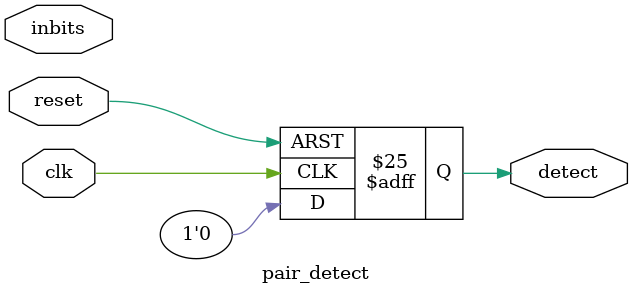
<source format=v>
module pair_detect (clk, inbits, detect, reset);
  input clk;
  input inbits;
  input reset;
  output reg detect;
  
  reg [1:0] state;
  
  initial begin
    state = 3'b000;
  end 
  
  always @(posedge clk, posedge reset ) begin 
    if (reset)
      state <= 3'b000;
    else begin
      case (state)
        3'b000: begin
          if (inbits) state <= 3'b001;
          else state <= 3'b000;
        end
        3'b001: begin
          if (inbits) state <= 3'b010;
          else state <= 3'b011;
        end
        3'b010: begin
          if (inbits) state <= 3'b011;
          else state <= 3'b010;	
        end
        3'b011: begin
          if (inbits) state <= 3'b100;
          else state <= 3'b101;
        end
        3'b100: begin
          if (inbits) state <= 3'b101;
          else state <= 3'b110;
        end
        3'b101: begin
          if (inbits) state <= 3'b111;
          else state <= 3'b110;
        end
        3'b110: begin
          if (inbits) state <= 3'b111;
          else state <= 3'b110;
        end	
        3'b111: begin
          if (inbits) state <= 3'b011;
          else state <= 3'b100;
        end 
      endcase
    end
  end
 
  always @(posedge clk, posedge reset) begin
    if (reset)
      detect <= 0;
    else if (state == 3'b111)
      detect <= 1;
    else
      detect <= 0;
  end
endmodule

</source>
